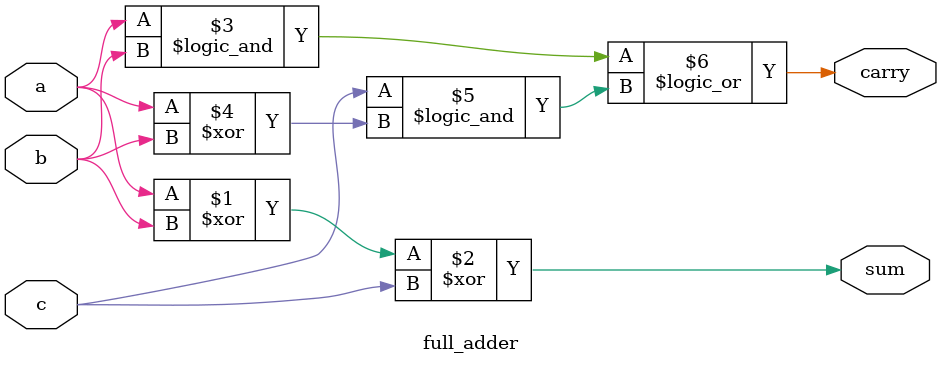
<source format=sv>
 module full_adder(
 input logic a,
 input logic b,
 input logic c,
 output logic sum,
 output logic carry
 );
 assign sum = ((a ^ b) ^ c);
 assign carry = (a && b) || (c && (a ^ b));
 endmodule

</source>
